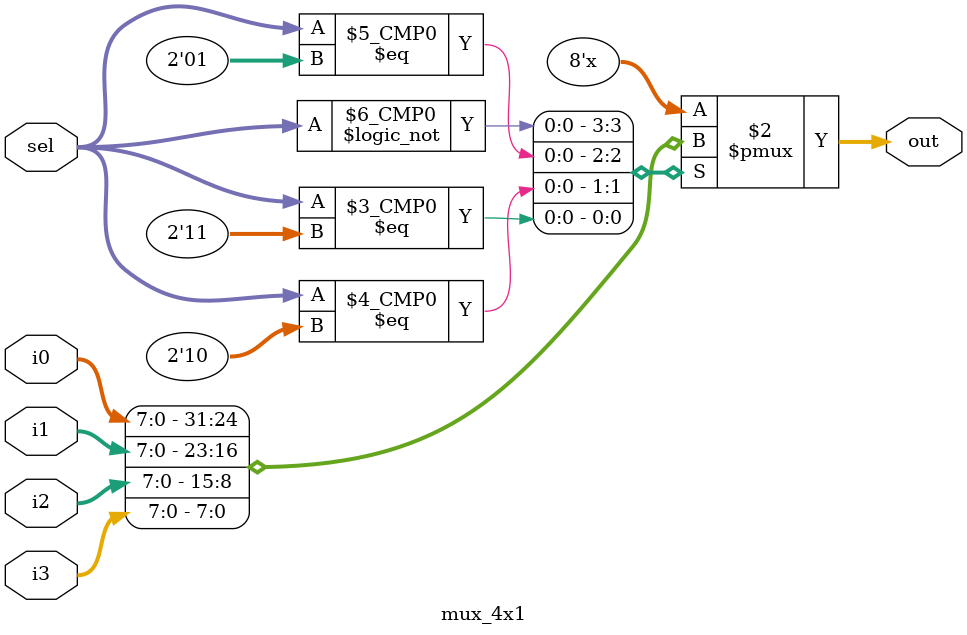
<source format=sv>
module mux_4x1(
	input logic [7:0] i0,i1,i2,i3,
	input logic [1:0] sel,
	output logic [7:0] out
);

	/*assign out = (~sel[1] && ~sel[0] && i0) ||
		(~sel[1] && sel[0] && i1) ||
		(sel[1] && ~sel[0] && i2) ||
		(sel[1] && sel[0] && i3);*/

	always_comb begin
		case(sel)
			2'b00: out = i0;
			2'b01: out = i1;
			2'b10: out = i2;
			2'b11: out = i3;
			default: out = '0;
		endcase
	end

endmodule

</source>
